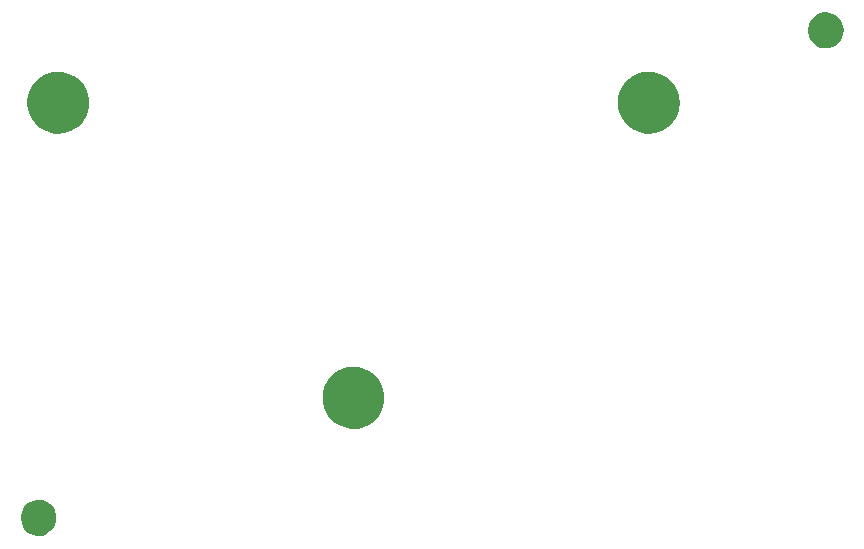
<source format=gko>
G04*
G04 #@! TF.GenerationSoftware,Altium Limited,Altium Designer,20.1.14 (287)*
G04*
G04 Layer_Color=16711935*
%FSLAX25Y25*%
%MOIN*%
G70*
G04*
G04 #@! TF.SameCoordinates,7963FD37-A3EF-41C6-90A3-C7C30B782ED2*
G04*
G04*
G04 #@! TF.FilePolarity,Positive*
G04*
G01*
G75*
%ADD43C,0.06000*%
%ADD44C,0.10500*%
D43*
X198000Y160000D02*
X197837Y160974D01*
X197367Y161843D01*
X196641Y162512D01*
X195737Y162908D01*
X194752Y162990D01*
X193795Y162747D01*
X192968Y162207D01*
X192362Y161428D01*
X192041Y160494D01*
Y159506D01*
X192362Y158572D01*
X192968Y157793D01*
X193795Y157253D01*
X194752Y157010D01*
X195737Y157092D01*
X196641Y157489D01*
X197367Y158157D01*
X197837Y159026D01*
X198000Y160000D01*
X460500Y322500D02*
X460337Y323474D01*
X459867Y324343D01*
X459141Y325011D01*
X458237Y325408D01*
X457252Y325490D01*
X456295Y325247D01*
X455468Y324707D01*
X454862Y323928D01*
X454541Y322994D01*
Y322006D01*
X454862Y321072D01*
X455468Y320293D01*
X456295Y319753D01*
X457252Y319510D01*
X458237Y319592D01*
X459141Y319988D01*
X459867Y320657D01*
X460337Y321526D01*
X460500Y322500D01*
D44*
X206575Y298425D02*
X206472Y299432D01*
X206170Y300397D01*
X205679Y301281D01*
X205020Y302049D01*
X204220Y302668D01*
X203311Y303114D01*
X202332Y303367D01*
X201322Y303419D01*
X200322Y303266D01*
X199373Y302914D01*
X198514Y302379D01*
X197781Y301682D01*
X197203Y300852D01*
X196804Y299922D01*
X196600Y298931D01*
Y297919D01*
X196804Y296928D01*
X197203Y295999D01*
X197781Y295168D01*
X198514Y294471D01*
X199373Y293936D01*
X200322Y293585D01*
X201322Y293432D01*
X202332Y293483D01*
X203311Y293736D01*
X204220Y294182D01*
X205020Y294801D01*
X205679Y295569D01*
X206170Y296453D01*
X206472Y297419D01*
X206575Y298425D01*
X305000Y200000D02*
X304898Y201007D01*
X304595Y201972D01*
X304104Y202856D01*
X303445Y203624D01*
X302645Y204243D01*
X301736Y204689D01*
X300757Y204942D01*
X299747Y204994D01*
X298747Y204840D01*
X297798Y204489D01*
X296939Y203954D01*
X296206Y203257D01*
X295628Y202427D01*
X295229Y201497D01*
X295026Y200506D01*
Y199494D01*
X295229Y198503D01*
X295628Y197573D01*
X296206Y196743D01*
X296939Y196046D01*
X297798Y195511D01*
X298747Y195160D01*
X299747Y195006D01*
X300757Y195058D01*
X301736Y195311D01*
X302645Y195757D01*
X303445Y196376D01*
X304104Y197144D01*
X304595Y198028D01*
X304898Y198994D01*
X305000Y200000D01*
X403425Y298425D02*
X403323Y299432D01*
X403020Y300397D01*
X402529Y301281D01*
X401870Y302049D01*
X401070Y302668D01*
X400162Y303114D01*
X399182Y303367D01*
X398172Y303419D01*
X397172Y303266D01*
X396223Y302914D01*
X395365Y302379D01*
X394631Y301682D01*
X394054Y300852D01*
X393654Y299922D01*
X393451Y298931D01*
Y297919D01*
X393654Y296928D01*
X394054Y295999D01*
X394631Y295168D01*
X395365Y294471D01*
X396223Y293936D01*
X397172Y293585D01*
X398172Y293432D01*
X399182Y293483D01*
X400162Y293736D01*
X401070Y294182D01*
X401870Y294801D01*
X402529Y295569D01*
X403020Y296453D01*
X403323Y297419D01*
X403425Y298425D01*
M02*

</source>
